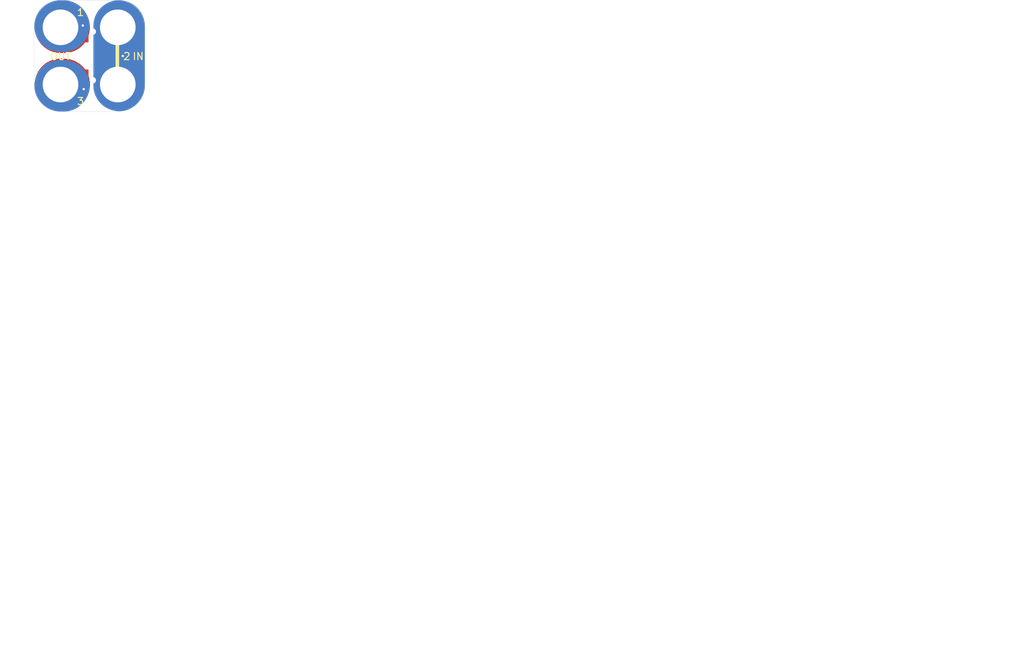
<source format=kicad_pcb>
(kicad_pcb (version 4) (host pcbnew 4.0.5-e0-6337~49~ubuntu16.04.1)

  (general
    (links 0)
    (no_connects 0)
    (area -0.01016 23.484363 142.834599 120.81764)
    (thickness 1.6)
    (drawings 1)
    (tracks 0)
    (zones 0)
    (modules 1)
    (nets 1)
  )

  (page USLetter)
  (title_block
    (title "2x2 Slide Switch (CL-SB) SMT")
    (date "17 Mar 2017")
    (rev v1.1)
    (company "CERN Open Hardware License v1.2.")
    (comment 1 help@browndoggadgets.com)
    (comment 2 http://browndoggadgets.com/)
    (comment 3 "Brown Dog Gadgets")
  )

  (layers
    (0 F.Cu signal)
    (31 B.Cu signal)
    (34 B.Paste user)
    (35 F.Paste user)
    (36 B.SilkS user)
    (37 F.SilkS user)
    (38 B.Mask user)
    (39 F.Mask user)
    (40 Dwgs.User user)
    (44 Edge.Cuts user)
    (46 B.CrtYd user)
    (47 F.CrtYd user)
    (48 B.Fab user)
    (49 F.Fab user)
  )

  (setup
    (last_trace_width 0.254)
    (user_trace_width 0.1524)
    (user_trace_width 0.254)
    (user_trace_width 0.3302)
    (user_trace_width 0.508)
    (user_trace_width 0.762)
    (user_trace_width 1.27)
    (trace_clearance 0.254)
    (zone_clearance 0.508)
    (zone_45_only no)
    (trace_min 0.1524)
    (segment_width 0.1524)
    (edge_width 0.1524)
    (via_size 0.6858)
    (via_drill 0.3302)
    (via_min_size 0.6858)
    (via_min_drill 0.3302)
    (user_via 0.6858 0.3302)
    (user_via 0.762 0.4064)
    (user_via 0.8636 0.508)
    (uvia_size 0.6858)
    (uvia_drill 0.3302)
    (uvias_allowed no)
    (uvia_min_size 0)
    (uvia_min_drill 0)
    (pcb_text_width 0.1524)
    (pcb_text_size 1.016 1.016)
    (mod_edge_width 0.1524)
    (mod_text_size 1.016 1.016)
    (mod_text_width 0.1524)
    (pad_size 0.6858 0.6858)
    (pad_drill 0.3302)
    (pad_to_mask_clearance 0.0762)
    (solder_mask_min_width 0.1016)
    (pad_to_paste_clearance -0.0762)
    (aux_axis_origin 0 0)
    (visible_elements FFFEDF7D)
    (pcbplotparams
      (layerselection 0x310fc_80000001)
      (usegerberextensions true)
      (excludeedgelayer true)
      (linewidth 0.100000)
      (plotframeref false)
      (viasonmask false)
      (mode 1)
      (useauxorigin false)
      (hpglpennumber 1)
      (hpglpenspeed 20)
      (hpglpendiameter 15)
      (hpglpenoverlay 2)
      (psnegative false)
      (psa4output false)
      (plotreference true)
      (plotvalue true)
      (plotinvisibletext false)
      (padsonsilk false)
      (subtractmaskfromsilk false)
      (outputformat 1)
      (mirror false)
      (drillshape 0)
      (scaleselection 1)
      (outputdirectory gerbers))
  )

  (net 0 "")

  (net_class Default "This is the default net class."
    (clearance 0.254)
    (trace_width 0.254)
    (via_dia 0.6858)
    (via_drill 0.3302)
    (uvia_dia 0.6858)
    (uvia_drill 0.3302)
  )

  (module Crazy_Circuits:SWITCH-SPDT-3PIN-CL-SB-SMT-2x2 (layer F.Cu) (tedit 59282D44) (tstamp 58CF055F)
    (at 8.4455 39.878)
    (descr "SWITCH SPDT 0S102011MA1QN1 2x3")
    (tags "SWITCH SPDT 0S102011MA1QN1 2x3")
    (path /587FDCA1)
    (fp_text reference SW1 (at 4.445 -3.81) (layer F.SilkS) hide
      (effects (font (size 1 1) (thickness 0.15)))
    )
    (fp_text value "P/N CL-SB-12A-01T" (at 4.1 4.8) (layer F.Fab) hide
      (effects (font (size 1 1) (thickness 0.15)))
    )
    (fp_arc (start 0 0) (end 0 2.794) (angle 180) (layer F.Mask) (width 0.6))
    (fp_text user OUT (at 0 -3.937) (layer F.SilkS)
      (effects (font (size 1 1) (thickness 0.15)))
    )
    (fp_text user 2 (at 9.271 -3.937) (layer F.SilkS)
      (effects (font (size 1 1) (thickness 0.15)))
    )
    (fp_text user IN (at 10.8585 -3.937 180) (layer F.SilkS)
      (effects (font (size 1 1) (thickness 0.15)))
    )
    (fp_text user 3 (at 2.794 2.3495) (layer F.SilkS)
      (effects (font (size 1 1) (thickness 0.15)))
    )
    (fp_text user 1 (at 2.794 -10.0965) (layer F.SilkS)
      (effects (font (size 1 1) (thickness 0.15)))
    )
    (fp_line (start 2.032 0) (end 6.858 0) (layer F.Fab) (width 0.04064))
    (fp_line (start 2.032 -7.874) (end 2.032 0) (layer F.Fab) (width 0.04064))
    (fp_line (start 6.858 -7.874) (end 2.032 -7.874) (layer F.Fab) (width 0.04064))
    (fp_circle (center 4.5212 -0.5588) (end 4.762647 -0.127) (layer F.Fab) (width 0.04064))
    (fp_circle (center 4.503988 -7.3025) (end 4.821488 -6.985) (layer F.Fab) (width 0.04064))
    (fp_text user %R (at 4.5085 -3.81) (layer F.Fab)
      (effects (font (size 1 1) (thickness 0.15)))
    )
    (fp_line (start 6.858 -7.874) (end 6.858 0) (layer F.Fab) (width 0.04064))
    (fp_line (start -0.0635 -8.1915) (end 0.4318 -8.1788) (layer B.Cu) (width 7.2))
    (fp_line (start 3.1115 -6.5405) (end 3.1115 -8.3185) (layer F.Cu) (width 0.5))
    (fp_arc (start 0.106632 -8.00018) (end -3.693368 -7.90018) (angle 89.9) (layer Edge.Cuts) (width 0.04064))
    (fp_arc (start 0.111824 0) (end 0.411824 3.8) (angle 94.51398846) (layer Edge.Cuts) (width 0.04064))
    (fp_arc (start 8 0) (end 11.8 -0.1) (angle 91.50743576) (layer Edge.Cuts) (width 0.04064))
    (fp_arc (start 8 -8) (end 7.9 -11.8) (angle 91.50743576) (layer Edge.Cuts) (width 0.04064))
    (fp_line (start 11.8 -8) (end 11.8 0) (layer Edge.Cuts) (width 0.04064))
    (fp_line (start 8 -11.8) (end 0 -11.8) (layer Edge.Cuts) (width 0.04064))
    (fp_line (start 8.1 3.8) (end 0.3 3.8) (layer Edge.Cuts) (width 0.04064))
    (fp_line (start -3.7 -8) (end -3.7 0) (layer Edge.Cuts) (width 0.04064))
    (fp_arc (start 0.106632 -8.00018) (end -3.693368 -7.90018) (angle 89.9) (layer F.Fab) (width 0.04064))
    (fp_arc (start 0.111824 0) (end 0.411824 3.8) (angle 94.51398846) (layer F.Fab) (width 0.04064))
    (fp_arc (start 8 0) (end 11.8 -0.1) (angle 91.50743576) (layer F.Fab) (width 0.04064))
    (fp_arc (start 8 -8) (end 7.9 -11.8) (angle 91.50743576) (layer F.Fab) (width 0.04064))
    (fp_line (start 11.8 -8) (end 11.8 0) (layer F.Fab) (width 0.04064))
    (fp_line (start 8.1 -11.8) (end 0 -11.8) (layer F.Fab) (width 0.04064))
    (fp_line (start 8.2 3.8) (end 0.3 3.8) (layer F.Fab) (width 0.04064))
    (fp_line (start -3.7 -8) (end -3.7 0) (layer F.Fab) (width 0.04064))
    (fp_line (start 7.9385 0.3175) (end 7.9385 -8.4455) (layer F.SilkS) (width 0.5))
    (fp_line (start 7.9385 0.3175) (end 7.9385 -8.4455) (layer B.Mask) (width 0.5))
    (fp_line (start 7.9385 0.3175) (end 7.9385 -8.4455) (layer B.Cu) (width 0.5))
    (fp_line (start 5.7785 -4.0005) (end 8.8 -4) (layer F.Cu) (width 0.5))
    (fp_line (start 3.2385 -1.5875) (end 3.2385 0.6985) (layer F.Cu) (width 0.5))
    (fp_line (start 6.986 -4.0005) (end 7.9385 -4.0005) (layer B.Cu) (width 0.5))
    (fp_line (start -0.0635 -8.1915) (end 0.4064 -8.1788) (layer B.Mask) (width 7.2))
    (fp_line (start 8.1925 0.127) (end 8.1925 -8.1915) (layer B.Cu) (width 7.2))
    (fp_line (start 8.1925 0.127) (end 8.1925 -8.1915) (layer B.Mask) (width 7.2))
    (fp_line (start -0.0381 0.1651) (end 0.4572 0.1778) (layer B.Cu) (width 7.2))
    (fp_line (start -0.0381 0.1651) (end 0.4318 0.1778) (layer B.Mask) (width 7.2))
    (fp_line (start 0.0127 -8.0137) (end 0.508 -8.001) (layer F.Cu) (width 7.2))
    (fp_line (start 0.0127 -0.0127) (end 0.508 0) (layer F.Cu) (width 7.2))
    (fp_line (start 0.0127 -0.0127) (end 0.508 0) (layer F.Cu) (width 7.2))
    (fp_arc (start 0 -8.001) (end 0 -5.207) (angle 180) (layer F.Mask) (width 0.6))
    (pad 1 smd rect (at 3.10896 -6.49986 270) (size 1.19888 1.6002) (layers F.Cu F.Paste F.Mask))
    (pad 2 smd rect (at 5.90804 -4.0005 270) (size 1.19888 1.6002) (layers F.Cu F.Paste F.Mask)
      (clearance 0.09906))
    (pad 3 smd rect (at 3.10896 -1.50114 270) (size 1.19888 1.6002) (layers F.Cu F.Paste F.Mask))
    (pad "" np_thru_hole circle (at 4.5085 -7.40156 270) (size 0.89916 0.89916) (drill 0.89916) (layers *.Cu)
      (clearance 0.0508))
    (pad "" np_thru_hole circle (at 4.5085 -0.59944 270) (size 0.89916 0.89916) (drill 0.89916) (layers *.Cu)
      (clearance 0.0508))
    (pad "" np_thru_hole circle (at 0 0) (size 4.98 4.98) (drill 4.98) (layers *.Cu B.Mask))
    (pad "" np_thru_hole circle (at 0 -8) (size 4.98 4.98) (drill 4.98) (layers *.Cu B.Mask))
    (pad "" thru_hole circle (at 8 -8) (size 6 6) (drill 4.98) (layers *.Cu *.Mask))
    (pad "" thru_hole circle (at 8 0) (size 6 6) (drill 4.98) (layers *.Cu *.Mask))
    (pad "" thru_hole circle (at 3.1115 -8.255) (size 0.6858 0.6858) (drill 0.3302) (layers *.Cu B.Mask))
    (pad "" thru_hole circle (at 8.7 -4.0005 270) (size 0.6858 0.6858) (drill 0.3302) (layers *.Cu B.Mask))
    (pad "" thru_hole circle (at 3.2385 0.635 180) (size 0.6858 0.6858) (drill 0.3302) (layers *.Cu B.Mask))
  )

  (gr_text "FABRICATION NOTES\n\n1. THIS IS A 2 LAYER BOARD. \n2. EXTERNAL LAYERS SHALL HAVE 1 OZ COPPER.\n3. MATERIAL: FR4 AND 0.062 INCH +/- 10% THICK.\n4. BOARDS SHALL BE ROHS COMPLIANT. \n5. MANUFACTURE IN ACCORDANCE WITH IPC-6012 CLASS 2\n6. MASK: BOTH SIDES OF THE BOARD SHALL HAVE \n   SOLDER MASK (RED) OVER BARE COPPER. \n7. SILK: BOTH SIDES OF THE BOARD SHALL HAVE \n   WHITE SILKSCREEN. DO NOT PLACE SILK OVER BARE COPPER.\n8. FINISH: ENIG.\n9. MINIMUM TRACE WIDTH - 0.006 INCH.\n   MINIMUM SPACE - 0.006 INCH.\n   MINIMUM HOLE DIA - 0.013 INCH. \n10. MAX HOLE PLACEMENT TOLERANCE OF +/- 0.003 INCH.\n11. MAX HOLE DIAMETER TOLERANCE OF +/- 0.003 INCH AFTER PLATING." (at -0.01016 86.14664) (layer Dwgs.User)
    (effects (font (size 2.54 2.54) (thickness 0.254)) (justify left))
  )

)

</source>
